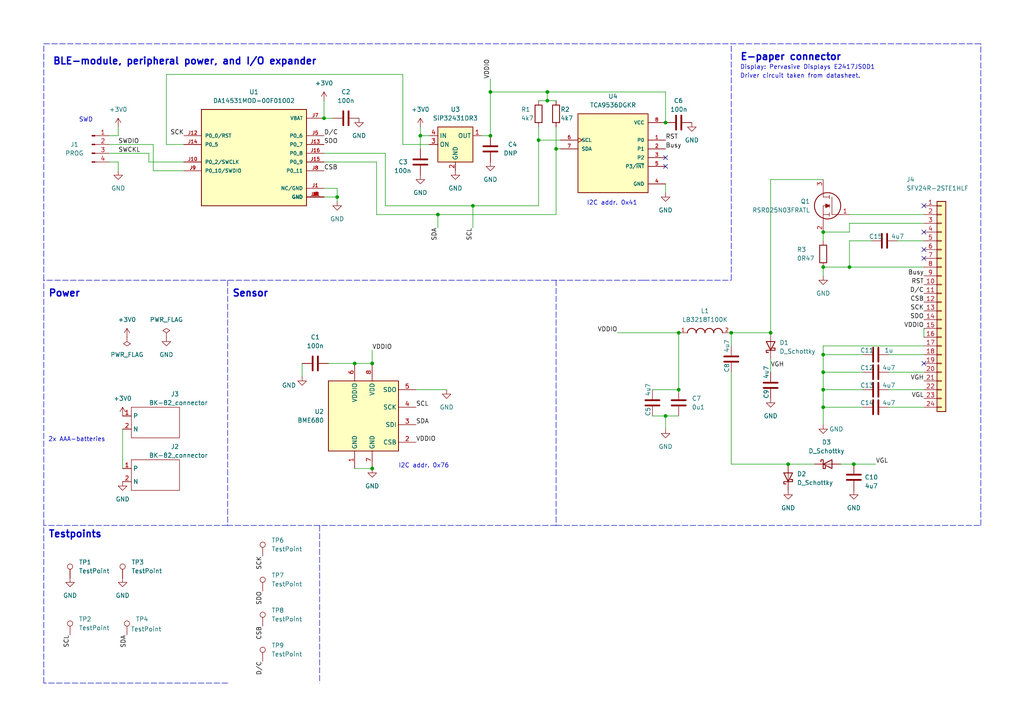
<source format=kicad_sch>
(kicad_sch (version 20211123) (generator eeschema)
  (paper "A4")
  (title_block (title "Weather station") (date "10.11.2022") (rev "A") (company "Markus Andersson"))
  (lib_symbols
    (symbol "AAA_bat_connector_1"
      (property "Reference" "J" (at 0 8.89 0))
      (property "Value" "AAA_bat_connector_1" (at 0 6.35 0))
      (symbol "AAA_bat_connector_1_0_1"
        (rectangle (start -7.62 3.81) (end 6.35 -5.08))
      )
      (symbol "AAA_bat_connector_1_1_1"
        (pin output line (at -10.16 1.27 0) (length 2.54) (name "P") (number "1"))
        (pin input line (at -10.16 -2.54 0) (length 2.54) (name "N") (number "2"))
      )
    )
    (symbol "Connector:Conn_01x04_Male" (pin_names (offset 1.016) hide)
      (property "Reference" "J" (at 0 5.08 0))
      (property "Value" "Conn_01x04_Male" (at 0 -7.62 0))
      (symbol "Conn_01x04_Male_1_1"
        (polyline (pts (xy 1.27 -5.08) (xy 0.8636 -5.08)) (stroke (width 0.1524)))
        (polyline (pts (xy 1.27 -2.54) (xy 0.8636 -2.54)) (stroke (width 0.1524)))
        (polyline (pts (xy 1.27 0) (xy 0.8636 0)) (stroke (width 0.1524)))
        (polyline (pts (xy 1.27 2.54) (xy 0.8636 2.54)) (stroke (width 0.1524)))
        (rectangle (start 0.8636 -4.953) (end 0 -5.207) (stroke (width 0.1524)) (fill (type outline)))
        (rectangle (start 0.8636 -2.413) (end 0 -2.667) (stroke (width 0.1524)) (fill (type outline)))
        (rectangle (start 0.8636 0.127) (end 0 -0.127) (stroke (width 0.1524)) (fill (type outline)))
        (rectangle (start 0.8636 2.667) (end 0 2.413) (stroke (width 0.1524)) (fill (type outline)))
        (pin passive line (at 5.08 2.54 180) (length 3.81) (name "Pin_1") (number "1"))
        (pin passive line (at 5.08 0 180) (length 3.81) (name "Pin_2") (number "2"))
        (pin passive line (at 5.08 -2.54 180) (length 3.81) (name "Pin_3") (number "3"))
        (pin passive line (at 5.08 -5.08 180) (length 3.81) (name "Pin_4") (number "4"))
      )
    )
    (symbol "Connector:TestPoint" (pin_numbers hide) (pin_names (offset 0.762) hide)
      (property "Reference" "TP" (at 0 6.858 0))
      (property "Value" "TestPoint" (at 0 5.08 0))
      (symbol "TestPoint_0_1"
        (circle (center 0 3.302) (radius 0.762))
      )
      (symbol "TestPoint_1_1"
        (pin passive line (at 0 0 90) (length 2.54) (name "1") (number "1"))
      )
    )
    (symbol "Connector_Generic:Conn_01x24" (pin_names (offset 1.016) hide)
      (property "Reference" "J" (at 0 30.48 0))
      (property "Value" "Conn_01x24" (at 0 -33.02 0))
      (symbol "Conn_01x24_1_1"
        (rectangle (start -1.27 -30.353) (end 0 -30.607) (stroke (width 0.1524)))
        (rectangle (start -1.27 -27.813) (end 0 -28.067) (stroke (width 0.1524)))
        (rectangle (start -1.27 -25.273) (end 0 -25.527) (stroke (width 0.1524)))
        (rectangle (start -1.27 -22.733) (end 0 -22.987) (stroke (width 0.1524)))
        (rectangle (start -1.27 -20.193) (end 0 -20.447) (stroke (width 0.1524)))
        (rectangle (start -1.27 -17.653) (end 0 -17.907) (stroke (width 0.1524)))
        (rectangle (start -1.27 -15.113) (end 0 -15.367) (stroke (width 0.1524)))
        (rectangle (start -1.27 -12.573) (end 0 -12.827) (stroke (width 0.1524)))
        (rectangle (start -1.27 -10.033) (end 0 -10.287) (stroke (width 0.1524)))
        (rectangle (start -1.27 -7.493) (end 0 -7.747) (stroke (width 0.1524)))
        (rectangle (start -1.27 -4.953) (end 0 -5.207) (stroke (width 0.1524)))
        (rectangle (start -1.27 -2.413) (end 0 -2.667) (stroke (width 0.1524)))
        (rectangle (start -1.27 0.127) (end 0 -0.127) (stroke (width 0.1524)))
        (rectangle (start -1.27 2.667) (end 0 2.413) (stroke (width 0.1524)))
        (rectangle (start -1.27 5.207) (end 0 4.953) (stroke (width 0.1524)))
        (rectangle (start -1.27 7.747) (end 0 7.493) (stroke (width 0.1524)))
        (rectangle (start -1.27 10.287) (end 0 10.033) (stroke (width 0.1524)))
        (rectangle (start -1.27 12.827) (end 0 12.573) (stroke (width 0.1524)))
        (rectangle (start -1.27 15.367) (end 0 15.113) (stroke (width 0.1524)))
        (rectangle (start -1.27 17.907) (end 0 17.653) (stroke (width 0.1524)))
        (rectangle (start -1.27 20.447) (end 0 20.193) (stroke (width 0.1524)))
        (rectangle (start -1.27 22.987) (end 0 22.733) (stroke (width 0.1524)))
        (rectangle (start -1.27 25.527) (end 0 25.273) (stroke (width 0.1524)))
        (rectangle (start -1.27 28.067) (end 0 27.813) (stroke (width 0.1524)))
        (rectangle (start -1.27 29.21) (end 1.27 -31.75) (stroke (width 0.254)) (fill (type background)))
        (pin passive line (at -5.08 27.94 0) (length 3.81) (name "Pin_1") (number "1"))
        (pin passive line (at -5.08 5.08 0) (length 3.81) (name "Pin_10") (number "10"))
        (pin passive line (at -5.08 2.54 0) (length 3.81) (name "Pin_11") (number "11"))
        (pin passive line (at -5.08 0 0) (length 3.81) (name "Pin_12") (number "12"))
        (pin passive line (at -5.08 -2.54 0) (length 3.81) (name "Pin_13") (number "13"))
        (pin passive line (at -5.08 -5.08 0) (length 3.81) (name "Pin_14") (number "14"))
        (pin passive line (at -5.08 -7.62 0) (length 3.81) (name "Pin_15") (number "15"))
        (pin passive line (at -5.08 -10.16 0) (length 3.81) (name "Pin_16") (number "16"))
        (pin passive line (at -5.08 -12.7 0) (length 3.81) (name "Pin_17") (number "17"))
        (pin passive line (at -5.08 -15.24 0) (length 3.81) (name "Pin_18") (number "18"))
        (pin passive line (at -5.08 -17.78 0) (length 3.81) (name "Pin_19") (number "19"))
        (pin passive line (at -5.08 25.4 0) (length 3.81) (name "Pin_2") (number "2"))
        (pin passive line (at -5.08 -20.32 0) (length 3.81) (name "Pin_20") (number "20"))
        (pin passive line (at -5.08 -22.86 0) (length 3.81) (name "Pin_21") (number "21"))
        (pin passive line (at -5.08 -25.4 0) (length 3.81) (name "Pin_22") (number "22"))
        (pin passive line (at -5.08 -27.94 0) (length 3.81) (name "Pin_23") (number "23"))
        (pin passive line (at -5.08 -30.48 0) (length 3.81) (name "Pin_24") (number "24"))
        (pin passive line (at -5.08 22.86 0) (length 3.81) (name "Pin_3") (number "3"))
        (pin passive line (at -5.08 20.32 0) (length 3.81) (name "Pin_4") (number "4"))
        (pin passive line (at -5.08 17.78 0) (length 3.81) (name "Pin_5") (number "5"))
        (pin passive line (at -5.08 15.24 0) (length 3.81) (name "Pin_6") (number "6"))
        (pin passive line (at -5.08 12.7 0) (length 3.81) (name "Pin_7") (number "7"))
        (pin passive line (at -5.08 10.16 0) (length 3.81) (name "Pin_8") (number "8"))
        (pin passive line (at -5.08 7.62 0) (length 3.81) (name "Pin_9") (number "9"))
      )
    )
    (symbol "DA14531MOD-00F01002:DA14531MOD-00F01002" (pin_names (offset 1.016))
      (property "Reference" "U" (at -15.24 13.97 0))
      (property "Value" "DA14531MOD-00F01002" (at -15.24 -16.51 0))
      (symbol "DA14531MOD-00F01002_0_0"
        (rectangle (start -15.24 -15.24) (end 15.24 12.7) (stroke (width 0.254)) (fill (type background)))
        (pin passive line (at 20.32 -10.16 180) (length 5.08) (name "NC/GND") (number "J1"))
        (pin bidirectional line (at -20.32 -2.54 0) (length 5.08) (name "P0_2/SWCLK") (number "J10"))
        (pin power_in line (at 20.32 -12.7 180) (length 5.08) (name "GND") (number "J11"))
        (pin bidirectional line (at -20.32 5.08 0) (length 5.08) (name "P0_0/RST") (number "J12"))
        (pin bidirectional line (at 20.32 2.54 180) (length 5.08) (name "P0_7") (number "J13"))
        (pin bidirectional line (at -20.32 2.54 0) (length 5.08) (name "P0_5") (number "J14"))
        (pin bidirectional line (at 20.32 -2.54 180) (length 5.08) (name "P0_9") (number "J15"))
        (pin bidirectional line (at 20.32 0 180) (length 5.08) (name "P0_8") (number "J16"))
        (pin power_in line (at 20.32 -12.7 180) (length 5.08) (name "GND") (number "J2"))
        (pin power_in line (at 20.32 -12.7 180) (length 5.08) (name "GND") (number "J3"))
        (pin power_in line (at 20.32 -12.7 180) (length 5.08) (name "GND") (number "J4"))
        (pin bidirectional line (at 20.32 5.08 180) (length 5.08) (name "P0_6") (number "J5"))
        (pin power_in line (at 20.32 -12.7 180) (length 5.08) (name "GND") (number "J6"))
        (pin power_in line (at 20.32 10.16 180) (length 5.08) (name "VBAT") (number "J7"))
        (pin bidirectional line (at 20.32 -5.08 180) (length 5.08) (name "P0_11") (number "J8"))
        (pin bidirectional line (at -20.32 -5.08 0) (length 5.08) (name "P0_10/SWDIO") (number "J9"))
      )
    )
    (symbol "Device:C" (pin_numbers hide) (pin_names (offset 0.254))
      (property "Reference" "C" (at 0.635 2.54 0))
      (property "Value" "C" (at 0.635 -2.54 0))
      (symbol "C_0_1"
        (polyline (pts (xy -2.032 -0.762) (xy 2.032 -0.762)) (stroke (width 0.508)))
        (polyline (pts (xy -2.032 0.762) (xy 2.032 0.762)) (stroke (width 0.508)))
      )
      (symbol "C_1_1"
        (pin passive line (at 0 3.81 270) (length 2.794) (name "~") (number "1"))
        (pin passive line (at 0 -3.81 90) (length 2.794) (name "~") (number "2"))
      )
    )
    (symbol "Device:D_Schottky" (pin_numbers hide) (pin_names (offset 1.016) hide)
      (property "Reference" "D" (at 0 2.54 0))
      (property "Value" "D_Schottky" (at 0 -2.54 0))
      (symbol "D_Schottky_0_1"
        (polyline (pts (xy 1.27 0) (xy -1.27 0)))
        (polyline (pts (xy 1.27 1.27) (xy 1.27 -1.27) (xy -1.27 0) (xy 1.27 1.27)) (stroke (width 0.254)))
        (polyline (pts (xy -1.905 0.635) (xy -1.905 1.27) (xy -1.27 1.27) (xy -1.27 -1.27) (xy -0.635 -1.27) (xy -0.635 -0.635)) (stroke (width 0.254)))
      )
      (symbol "D_Schottky_1_1"
        (pin passive line (at -3.81 0 0) (length 2.54) (name "K") (number "1"))
        (pin passive line (at 3.81 0 180) (length 2.54) (name "A") (number "2"))
      )
    )
    (symbol "Device:R" (pin_numbers hide) (pin_names (offset 0))
      (property "Reference" "R" (at 2.032 0 90))
      (property "Value" "R" (at 0 0 90))
      (symbol "R_0_1"
        (rectangle (start -1.016 -2.54) (end 1.016 2.54) (stroke (width 0.254)))
      )
      (symbol "R_1_1"
        (pin passive line (at 0 3.81 270) (length 1.27) (name "~") (number "1"))
        (pin passive line (at 0 -3.81 90) (length 1.27) (name "~") (number "2"))
      )
    )
    (symbol "LB3218T100K:LB3218T100K" (pin_names (offset 1.016))
      (property "Reference" "L" (at -7.62 5.08 0))
      (property "Value" "LB3218T100K" (at -7.62 2.54 0))
      (symbol "LB3218T100K_0_0"
        (arc (start -2.54 0) (mid -3.81 1.27) (end -5.08 0) (stroke (width 0.254)))
        (arc (start 0 0) (mid -1.27 1.27) (end -2.54 0) (stroke (width 0.254)))
        (arc (start 2.54 0) (mid 1.27 1.27) (end 0 0) (stroke (width 0.254)))
        (arc (start 5.08 0) (mid 3.81 1.27) (end 2.54 0) (stroke (width 0.254)))
        (pin passive line (at -7.62 0 0) (length 2.54) (name "~") (number "1"))
        (pin passive line (at 7.62 0 180) (length 2.54) (name "~") (number "2"))
      )
    )
    (symbol "Power_Management:SiP32431DR3"
      (property "Reference" "U" (at 0 8.89 0))
      (property "Value" "SiP32431DR3" (at 0 6.35 0))
      (symbol "SiP32431DR3_0_1"
        (rectangle (start -5.08 5.08) (end 5.08 -5.08) (stroke (width 0.254)) (fill (type background)))
      )
      (symbol "SiP32431DR3_1_1"
        (pin passive line (at 7.62 2.54 180) (length 2.54) (name "OUT") (number "1"))
        (pin power_in line (at 0 -7.62 90) (length 2.54) (name "GND") (number "2"))
        (pin input line (at -7.62 0 0) (length 2.54) (name "ON") (number "3"))
        (pin passive line (at -7.62 2.54 0) (length 2.54) (name "IN") (number "4"))
        (pin passive line (at 0 -7.62 90) (length 2.54) hide (name "GND") (number "5"))
        (pin no_connect line (at 5.08 0 180) (length 2.54) hide (name "NC") (number "6"))
      )
    )
    (symbol "RSR025N03FRATL:RSR025N03FRATL" (pin_names (offset 0.762))
      (property "Reference" "Q" (at 11.43 3.81 0))
      (property "Value" "RSR025N03FRATL" (at 11.43 1.27 0))
      (symbol "RSR025N03FRATL_0_0"
        (pin passive line (at 0 0 0) (length 2.54) (name "~") (number "1"))
        (pin passive line (at 7.62 -5.08 90) (length 2.54) (name "~") (number "2"))
        (pin passive line (at 7.62 10.16 270) (length 2.54) (name "~") (number "3"))
      )
      (symbol "RSR025N03FRATL_0_1"
        (polyline (pts (xy 5.842 -0.508) (xy 5.842 0.508)) (stroke (width 0.1524)))
        (polyline (pts (xy 5.842 0) (xy 7.62 0)) (stroke (width 0.1524)))
        (polyline (pts (xy 5.842 2.032) (xy 5.842 3.048)) (stroke (width 0.1524)))
        (polyline (pts (xy 5.842 5.588) (xy 5.842 4.572)) (stroke (width 0.1524)))
        (polyline (pts (xy 7.62 2.54) (xy 5.842 2.54)) (stroke (width 0.1524)))
        (polyline (pts (xy 7.62 2.54) (xy 7.62 -2.54)) (stroke (width 0.1524)))
        (polyline (pts (xy 7.62 5.08) (xy 5.842 5.08)) (stroke (width 0.1524)))
        (polyline (pts (xy 7.62 5.08) (xy 7.62 7.62)) (stroke (width 0.1524)))
        (polyline (pts (xy 2.54 0) (xy 5.08 0) (xy 5.08 5.08)) (stroke (width 0.1524)))
        (polyline (pts (xy 5.842 2.54) (xy 6.858 3.048) (xy 6.858 2.032) (xy 5.842 2.54)) (stroke (width 0.254)) (fill (type outline)))
        (circle (center 6.35 2.54) (radius 3.81) (stroke (width 0.254)))
      )
    )
    (symbol "Sensor:BME680"
      (property "Reference" "U2" (at -11.43 1.2701 0))
      (property "Value" "BME680" (at -11.43 -1.2699 0))
      (symbol "BME680_0_1"
        (rectangle (start -10.16 10.16) (end 10.16 -10.16) (stroke (width 0.254)) (fill (type background)))
      )
      (symbol "BME680_1_1"
        (pin power_in line (at -2.54 -15.24 90) (length 5.08) (name "GND") (number "1"))
        (pin input line (at 15.24 -7.62 180) (length 5.08) (name "CSB") (number "2"))
        (pin bidirectional line (at 15.24 -2.54 180) (length 5.08) (name "SDI") (number "3"))
        (pin input line (at 15.24 2.54 180) (length 5.08) (name "SCK") (number "4"))
        (pin input line (at 15.24 7.62 180) (length 5.08) (name "SDO") (number "5"))
        (pin power_in line (at -2.54 15.24 270) (length 5.08) (name "VDDIO") (number "6"))
        (pin power_in line (at 2.54 -15.24 90) (length 5.08) (name "GND") (number "7"))
        (pin power_in line (at 2.54 15.24 270) (length 5.08) (name "VDD") (number "8"))
      )
    )
    (symbol "TCA9536DGKR:TCA9536DGKR" (pin_names (offset 1.016))
      (property "Reference" "U" (at -10.16 10.922 0))
      (property "Value" "TCA9536DGKR" (at -10.16 -15.24 0))
      (symbol "TCA9536DGKR_0_0"
        (rectangle (start -10.16 -12.7) (end 10.16 10.16) (stroke (width 0.254)) (fill (type background)))
        (pin bidirectional line (at 15.24 2.54 180) (length 5.08) (name "P0") (number "1"))
        (pin bidirectional line (at 15.24 0 180) (length 5.08) (name "P1") (number "2"))
        (pin bidirectional line (at 15.24 -2.54 180) (length 5.08) (name "P2") (number "3"))
        (pin power_in line (at 15.24 -10.16 180) (length 5.08) (name "GND") (number "4"))
        (pin bidirectional line (at 15.24 -5.08 180) (length 5.08) (name "P3/~{INT}") (number "5"))
        (pin bidirectional clock (at -15.24 2.54 0) (length 5.08) (name "SCL") (number "6"))
        (pin bidirectional line (at -15.24 0 0) (length 5.08) (name "SDA") (number "7"))
        (pin power_in line (at 15.24 7.62 180) (length 5.08) (name "VCC") (number "8"))
      )
    )
    (symbol "power:+3V0" (power) (pin_names (offset 0))
      (property "Value" "+3V0" (at 0 3.556 0))
      (symbol "+3V0_0_1"
        (polyline (pts (xy -0.762 1.27) (xy 0 2.54)))
        (polyline (pts (xy 0 0) (xy 0 2.54)))
        (polyline (pts (xy 0 2.54) (xy 0.762 1.27)))
      )
      (symbol "+3V0_1_1"
        (pin power_in line (at 0 0 90) (length 0) hide (name "+3V0") (number "1"))
      )
    )
    (symbol "power:GND" (power) (pin_names (offset 0))
      (property "Value" "GND" (at 0 -3.81 0))
      (symbol "GND_0_1"
        (polyline (pts (xy 0 0) (xy 0 -1.27) (xy 1.27 -1.27) (xy 0 -2.54) (xy -1.27 -1.27) (xy 0 -1.27)))
      )
      (symbol "GND_1_1"
        (pin power_in line (at 0 0 270) (length 0) hide (name "GND") (number "1"))
      )
    )
    (symbol "power:PWR_FLAG" (power) (pin_numbers hide) (pin_names (offset 0) hide)
      (property "Value" "PWR_FLAG" (at 0 3.81 0))
      (symbol "PWR_FLAG_0_0"
        (pin power_out line (at 0 0 90) (length 0) (name "pwr") (number "1"))
      )
      (symbol "PWR_FLAG_0_1"
        (polyline (pts (xy 0 0) (xy 0 1.27) (xy -1.016 1.905) (xy 0 2.54) (xy 1.016 1.905) (xy 0 1.27)))
      )
    )
  )
  (junction (at 223.52 96.52))
  (junction (at 246.38 77.47))
  (junction (at 196.85 96.52))
  (junction (at 238.76 118.11))
  (junction (at 161.29 43.18))
  (junction (at 107.95 135.89))
  (junction (at 107.95 105.41))
  (junction (at 193.04 35.56))
  (junction (at 238.76 107.95))
  (junction (at 137.16 59.69))
  (junction (at 158.75 26.67))
  (junction (at 212.09 96.52))
  (junction (at 238.76 67.31))
  (junction (at 238.76 77.47))
  (junction (at 247.65 134.62))
  (junction (at 127 62.23))
  (junction (at 196.85 113.03))
  (junction (at 102.87 105.41))
  (junction (at 238.76 102.87))
  (junction (at 97.79 57.15))
  (junction (at 142.24 26.67))
  (junction (at 142.24 39.37))
  (junction (at 228.6 134.62))
  (junction (at 93.98 34.29))
  (junction (at 238.76 113.03))
  (junction (at 158.75 29.21))
  (junction (at 121.92 39.37))
  (junction (at 156.21 40.64))
  (junction (at 193.04 120.65))
  (no_connect (at 193.04 48.26))
  (no_connect (at 267.97 59.69))
  (no_connect (at 267.97 72.39))
  (no_connect (at 267.97 74.93))
  (no_connect (at 267.97 67.31))
  (no_connect (at 193.04 45.72))
  (no_connect (at 267.97 105.41))
  (polyline (pts (xy 161.29 81.28) (xy 161.29 152.4)))
  (wire (pts (xy 93.98 44.45) (xy 111.76 44.45)))
  (wire (pts (xy 212.09 100.33) (xy 212.09 96.52)))
  (wire (pts (xy 121.92 36.83) (xy 121.92 39.37)))
  (wire (pts (xy 238.76 100.33) (xy 238.76 102.87)))
  (wire (pts (xy 93.98 57.15) (xy 97.79 57.15)))
  (wire (pts (xy 107.95 101.6) (xy 107.95 105.41)))
  (polyline (pts (xy 92.71 152.4) (xy 92.71 198.12)))
  (wire (pts (xy 116.84 41.91) (xy 124.46 41.91)))
  (wire (pts (xy 228.6 134.62) (xy 236.22 134.62)))
  (polyline (pts (xy 161.29 152.4) (xy 66.04 152.4)))
  (wire (pts (xy 238.76 102.87) (xy 238.76 107.95)))
  (wire (pts (xy 212.09 96.52) (xy 223.52 96.52)))
  (wire (pts (xy 156.21 29.21) (xy 158.75 29.21)))
  (wire (pts (xy 223.52 52.07) (xy 238.76 52.07)))
  (wire (pts (xy 238.76 113.03) (xy 238.76 118.11)))
  (polyline (pts (xy 66.04 198.12) (xy 12.7 198.12)))
  (wire (pts (xy 238.76 102.87) (xy 250.19 102.87)))
  (wire (pts (xy 109.22 62.23) (xy 127 62.23)))
  (wire (pts (xy 267.97 64.77) (xy 246.38 64.77)))
  (polyline (pts (xy 161.29 152.4) (xy 284.48 152.4)))
  (wire (pts (xy 189.23 120.65) (xy 193.04 120.65)))
  (polyline (pts (xy 186.69 81.28) (xy 12.7 81.28)))
  (wire (pts (xy 93.98 34.29) (xy 96.52 34.29)))
  (wire (pts (xy 246.38 77.47) (xy 267.97 77.47)))
  (polyline (pts (xy 186.69 12.7) (xy 284.48 12.7)))
  (wire (pts (xy 257.81 107.95) (xy 267.97 107.95)))
  (wire (pts (xy 267.97 100.33) (xy 238.76 100.33)))
  (polyline (pts (xy 66.04 152.4) (xy 12.7 152.4)))
  (wire (pts (xy 93.98 46.99) (xy 109.22 46.99)))
  (wire (pts (xy 102.87 135.89) (xy 107.95 135.89)))
  (wire (pts (xy 212.09 107.95) (xy 212.09 134.62)))
  (wire (pts (xy 238.76 67.31) (xy 246.38 67.31)))
  (wire (pts (xy 142.24 26.67) (xy 158.75 26.67)))
  (wire (pts (xy 121.92 39.37) (xy 124.46 39.37)))
  (polyline (pts (xy 284.48 152.4) (xy 284.48 12.7)))
  (polyline (pts (xy 12.7 152.4) (xy 12.7 81.28)))
  (polyline (pts (xy 186.69 81.28) (xy 212.09 81.28)))
  (wire (pts (xy 127 62.23) (xy 161.29 62.23)))
  (wire (pts (xy 34.29 46.99) (xy 34.29 49.53)))
  (wire (pts (xy 35.56 124.46) (xy 35.56 135.89)))
  (wire (pts (xy 162.56 43.18) (xy 161.29 43.18)))
  (wire (pts (xy 102.87 105.41) (xy 107.95 105.41)))
  (wire (pts (xy 238.76 107.95) (xy 250.19 107.95)))
  (wire (pts (xy 223.52 52.07) (xy 223.52 96.52)))
  (wire (pts (xy 31.75 44.45) (xy 43.18 44.45)))
  (wire (pts (xy 53.34 41.91) (xy 48.26 41.91)))
  (wire (pts (xy 97.79 54.61) (xy 97.79 57.15)))
  (wire (pts (xy 127 62.23) (xy 127 66.04)))
  (wire (pts (xy 87.63 105.41) (xy 87.63 109.22)))
  (wire (pts (xy 31.75 39.37) (xy 34.29 39.37)))
  (wire (pts (xy 243.84 134.62) (xy 247.65 134.62)))
  (wire (pts (xy 48.26 41.91) (xy 48.26 21.59)))
  (polyline (pts (xy 12.7 81.28) (xy 12.7 12.7)))
  (wire (pts (xy 111.76 44.45) (xy 111.76 59.69)))
  (wire (pts (xy 189.23 113.03) (xy 196.85 113.03)))
  (wire (pts (xy 193.04 120.65) (xy 196.85 120.65)))
  (wire (pts (xy 257.81 113.03) (xy 267.97 113.03)))
  (wire (pts (xy 257.81 118.11) (xy 267.97 118.11)))
  (wire (pts (xy 142.24 22.86) (xy 142.24 26.67)))
  (wire (pts (xy 196.85 96.52) (xy 196.85 113.03)))
  (wire (pts (xy 120.65 113.03) (xy 129.54 113.03)))
  (wire (pts (xy 111.76 59.69) (xy 137.16 59.69)))
  (wire (pts (xy 156.21 40.64) (xy 162.56 40.64)))
  (wire (pts (xy 95.25 105.41) (xy 102.87 105.41)))
  (wire (pts (xy 223.52 104.14) (xy 223.52 107.95)))
  (wire (pts (xy 246.38 77.47) (xy 238.76 77.47)))
  (wire (pts (xy 137.16 59.69) (xy 137.16 66.04)))
  (wire (pts (xy 116.84 21.59) (xy 116.84 41.91)))
  (wire (pts (xy 238.76 118.11) (xy 238.76 123.19)))
  (polyline (pts (xy 212.09 81.28) (xy 212.09 12.7)))
  (wire (pts (xy 238.76 107.95) (xy 238.76 113.03)))
  (wire (pts (xy 228.6 134.62) (xy 212.09 134.62)))
  (polyline (pts (xy 66.04 81.28) (xy 66.04 152.4)))
  (wire (pts (xy 44.45 49.53) (xy 53.34 49.53)))
  (wire (pts (xy 158.75 29.21) (xy 161.29 29.21)))
  (wire (pts (xy 161.29 62.23) (xy 161.29 43.18)))
  (wire (pts (xy 156.21 59.69) (xy 156.21 40.64)))
  (wire (pts (xy 139.7 39.37) (xy 142.24 39.37)))
  (wire (pts (xy 161.29 43.18) (xy 161.29 36.83)))
  (wire (pts (xy 97.79 57.15) (xy 97.79 58.42)))
  (wire (pts (xy 31.75 41.91) (xy 44.45 41.91)))
  (wire (pts (xy 238.76 113.03) (xy 250.19 113.03)))
  (wire (pts (xy 31.75 46.99) (xy 34.29 46.99)))
  (wire (pts (xy 109.22 46.99) (xy 109.22 62.23)))
  (polyline (pts (xy 12.7 198.12) (xy 12.7 152.4)))
  (wire (pts (xy 93.98 54.61) (xy 97.79 54.61)))
  (wire (pts (xy 238.76 77.47) (xy 238.76 80.01)))
  (wire (pts (xy 121.92 39.37) (xy 121.92 43.18)))
  (wire (pts (xy 179.07 96.52) (xy 196.85 96.52)))
  (wire (pts (xy 137.16 59.69) (xy 156.21 59.69)))
  (wire (pts (xy 238.76 118.11) (xy 250.19 118.11)))
  (wire (pts (xy 48.26 21.59) (xy 116.84 21.59)))
  (wire (pts (xy 43.18 44.45) (xy 43.18 46.99)))
  (wire (pts (xy 267.97 95.25) (xy 267.97 97.79)))
  (wire (pts (xy 257.81 102.87) (xy 267.97 102.87)))
  (wire (pts (xy 246.38 69.85) (xy 246.38 77.47)))
  (polyline (pts (xy 12.7 12.7) (xy 186.69 12.7)))
  (wire (pts (xy 246.38 62.23) (xy 267.97 62.23)))
  (wire (pts (xy 93.98 29.21) (xy 93.98 34.29)))
  (wire (pts (xy 142.24 26.67) (xy 142.24 39.37)))
  (wire (pts (xy 238.76 67.31) (xy 238.76 69.85)))
  (wire (pts (xy 43.18 46.99) (xy 53.34 46.99)))
  (wire (pts (xy 193.04 26.67) (xy 193.04 35.56)))
  (wire (pts (xy 193.04 53.34) (xy 193.04 55.88)))
  (wire (pts (xy 193.04 120.65) (xy 193.04 124.46)))
  (wire (pts (xy 156.21 40.64) (xy 156.21 36.83)))
  (wire (pts (xy 34.29 36.83) (xy 34.29 39.37)))
  (wire (pts (xy 247.65 134.62) (xy 254 134.62)))
  (wire (pts (xy 158.75 26.67) (xy 158.75 29.21)))
  (wire (pts (xy 252.73 69.85) (xy 246.38 69.85)))
  (wire (pts (xy 246.38 64.77) (xy 246.38 67.31)))
  (wire (pts (xy 44.45 41.91) (xy 44.45 49.53)))
  (wire (pts (xy 260.35 69.85) (xy 267.97 69.85)))
  (wire (pts (xy 158.75 26.67) (xy 193.04 26.67)))
  (text "SWD" (at 22.86 35.56 0) (effects (font (size 1.27 1.27)) (justify left bottom)))
  (text "I2C addr. 0x41" (at 170.18 59.69 0) (effects (font (size 1.27 1.27)) (justify left bottom)))
  (text "Testpoints" (at 13.97 156.21 0) (effects (font (size 2 2) (thickness 0.4) bold) (justify left bottom)))
  (text "I2C addr. 0x76" (at 115.57 135.89 0) (effects (font (size 1.27 1.27)) (justify left bottom)))
  (text "Driver circuit taken from datasheet." (at 214.63 22.86 0) (effects (font (size 1.27 1.27)) (justify left bottom)))
  (text "Power" (at 13.97 86.36 0) (effects (font (size 2 2) (thickness 0.4) bold) (justify left bottom)))
  (text "2x AAA-batteries" (at 13.97 128.27 0) (effects (font (size 1.27 1.27)) (justify left bottom)))
  (text "Sensor" (at 67.31 86.36 0) (effects (font (size 2 2) bold) (justify left bottom)))
  (text "E-paper connector" (at 214.63 17.78 0) (effects (font (size 2 2) bold) (justify left bottom)))
  (text "Display: Pervasive Displays E2417JS0D1" (at 214.63 20.32 0) (effects (font (size 1.27 1.27)) (justify left bottom)))
  (text "BLE-module, peripheral power, and I/O expander" (at 15.24 19.05 0) (effects (font (size 2 2) (thickness 0.4) bold) (justify left bottom)))
  (label "D{slash}C" (at 76.2 191.77 270))
  (label "SDO" (at 267.97 92.71 180))
  (label "VGL" (at 267.97 115.57 180))
  (label "SCK" (at 267.97 90.17 180))
  (label "SCL" (at 20.32 184.15 270))
  (label "SDA" (at 36.83 184.15 270))
  (label "SDO" (at 76.2 171.45 270))
  (label "SDA" (at 127 66.04 270))
  (label "SWCKL" (at 34.29 44.45 0))
  (label "RST" (at 193.04 40.64 0))
  (label "VDDIO" (at 142.24 22.86 90))
  (label "D{slash}C" (at 267.97 85.09 180))
  (label "SCK" (at 76.2 161.29 270))
  (label "SCL" (at 137.16 66.04 270))
  (label "VGL" (at 254 134.62 0))
  (label "VDDIO" (at 179.07 96.52 180))
  (label "RST" (at 267.97 82.55 180))
  (label "CSB" (at 267.97 87.63 180))
  (label "VDDIO" (at 107.95 101.6 0))
  (label "SDA" (at 120.65 123.19 0))
  (label "SDO" (at 93.98 41.91 0))
  (label "VDDIO" (at 120.65 128.27 0))
  (label "Busy" (at 193.04 43.18 0))
  (label "Busy" (at 267.97 80.01 180))
  (label "SCK" (at 53.34 39.37 180))
  (label "VGH" (at 267.97 110.49 180))
  (label "SCL" (at 120.65 118.11 0))
  (label "CSB" (at 93.98 49.53 0))
  (label "D{slash}C" (at 93.98 39.37 0))
  (label "VGH" (at 223.52 106.68 0))
  (label "VDDIO" (at 267.97 95.25 180))
  (label "SWDIO" (at 34.29 41.91 0))
  (label "CSB" (at 76.2 181.61 270))
  (symbol (lib_id "Device:C") (at 91.44 105.41 90) (unit 1)
    (property "Reference" "C1" (at 91.44 97.79 90))
    (property "Value" "100n" (at 91.44 100.33 90))
    (property "Footprint" "Capacitor_SMD:C_0603_1608Metric_Pad1.08x0.95mm_HandSolder" (effects hide))
  )
  (symbol (lib_id "power:GND") (at 35.56 167.64 0) (unit 1)
    (property "Reference" "#PWR06" (effects hide))
    (property "Value" "GND" (at 35.56 172.72 0))
  )
  (symbol (lib_id "Connector:TestPoint") (at 76.2 171.45 0) (unit 1)
    (property "Reference" "TP7" (at 78.74 166.8779 0) (effects (justify left)))
    (property "Value" "TestPoint" (at 78.74 169.4179 0) (effects (justify left)))
    (property "Footprint" "TestPoint:TestPoint_Pad_1.0x1.0mm" (effects hide))
  )
  (symbol (lib_name "AAA_bat_connector_1") (lib_id "AAA_bat_connector:AAA_bat_connector") (at 45.72 121.92 0) (unit 1)
    (property "Reference" "J3" (at 49.53 114.3 0) (effects (justify left)))
    (property "Value" "BK-82_connector" (at 43.18 116.84 0) (effects (justify left)))
    (property "Footprint" "AAA_bat_connector:AA_battery_holder" (effects hide))
  )
  (symbol (lib_id "Connector:TestPoint") (at 20.32 167.64 0) (unit 1)
    (property "Reference" "TP1" (at 22.86 163.0679 0) (effects (justify left)))
    (property "Value" "TestPoint" (at 22.86 165.6079 0) (effects (justify left)))
    (property "Footprint" "TestPoint:TestPoint_Pad_1.0x1.0mm" (effects hide))
  )
  (symbol (lib_id "TCA9536DGKR:TCA9536DGKR") (at 177.8 43.18 0) (unit 1)
    (property "Reference" "U4" (at 177.8 27.94 0))
    (property "Value" "TCA9536DGKR" (at 177.8 30.48 0))
    (property "Footprint" "SOP65P490X110-8N" (effects hide))
    (property "MAXIMUM_PACKAGE_HEIGHT" "1.1 mm" (effects hide))
    (property "STANDARD" "IPC 7351B" (effects hide))
    (property "PARTREV" "A" (effects hide))
    (property "MANUFACTURER" "Texas Instruments" (effects hide))
  )
  (symbol (lib_id "Connector_Generic:Conn_01x24") (at 273.05 87.63 0) (unit 1)
    (property "Reference" "J4" (at 262.89 52.07 0) (effects (justify left)))
    (property "Value" "SFV24R-2STE1HLF" (at 262.89 54.61 0) (effects (justify left)))
    (property "Footprint" "SFV24R-2STE1HLF:SFV24R-2STE1HLF" (effects hide))
  )
  (symbol (lib_id "power:PWR_FLAG") (at 48.26 97.79 0) (unit 1)
    (property "Reference" "#FLG02" (effects hide))
    (property "Value" "PWR_FLAG" (at 48.26 92.71 0))
  )
  (symbol (lib_id "Device:C") (at 256.54 69.85 90) (unit 1)
    (property "Reference" "C15" (at 254 68.58 90))
    (property "Value" "4u7" (at 260.35 68.58 90))
    (property "Footprint" "Capacitor_SMD:C_0603_1608Metric_Pad1.08x0.95mm_HandSolder" (effects hide))
  )
  (symbol (lib_id "Connector:TestPoint") (at 36.83 184.15 0) (unit 1)
    (property "Reference" "TP4" (at 39.37 179.5779 0) (effects (justify left)))
    (property "Value" "TestPoint" (at 37.9256 182.4647 0) (effects (justify left)))
    (property "Footprint" "TestPoint:TestPoint_Pad_1.0x1.0mm" (effects hide))
  )
  (symbol (lib_id "Device:C") (at 254 118.11 90) (unit 1)
    (property "Reference" "C14" (at 251.46 116.84 90))
    (property "Value" "4u7" (at 257.81 116.84 90))
    (property "Footprint" "Capacitor_SMD:C_0603_1608Metric_Pad1.08x0.95mm_HandSolder" (effects hide))
  )
  (symbol (lib_id "Device:R") (at 156.21 33.02 0) (unit 1)
    (property "Reference" "R1" (at 151.13 31.75 0) (effects (justify left)))
    (property "Value" "4k7" (at 151.13 34.29 0) (effects (justify left)))
    (property "Footprint" "Resistor_SMD:R_0603_1608Metric_Pad0.98x0.95mm_HandSolder" (effects hide))
  )
  (symbol (lib_id "Connector:TestPoint") (at 76.2 161.29 0) (unit 1)
    (property "Reference" "TP6" (at 78.74 156.7179 0) (effects (justify left)))
    (property "Value" "TestPoint" (at 78.74 159.2579 0) (effects (justify left)))
    (property "Footprint" "TestPoint:TestPoint_Pad_1.0x1.0mm" (effects hide))
  )
  (symbol (lib_id "Device:R") (at 238.76 73.66 0) (unit 1)
    (property "Reference" "R3" (at 231.14 72.39 0) (effects (justify left)))
    (property "Value" "0R47" (at 231.14 74.93 0) (effects (justify left)))
    (property "Footprint" "Resistor_SMD:R_0603_1608Metric_Pad0.98x0.95mm_HandSolder" (effects hide))
  )
  (symbol (lib_id "power:GND") (at 87.63 109.22 0) (unit 1)
    (property "Reference" "#PWR09" (effects hide))
    (property "Value" "GND" (at 83.82 111.76 0))
  )
  (symbol (lib_id "power:+3V0") (at 93.98 29.21 0) (unit 1)
    (property "Reference" "#PWR010" (effects hide))
    (property "Value" "+3V0" (at 93.98 24.13 0))
  )
  (symbol (lib_id "Device:D_Schottky") (at 228.6 138.43 90) (unit 1)
    (property "Reference" "D2" (at 231.14 137.4774 90) (effects (justify right)))
    (property "Value" "D_Schottky" (at 231.14 140.0174 90) (effects (justify right)))
    (property "Footprint" "Diode_SMD:D_SOD-123F" (effects hide))
  )
  (symbol (lib_id "power:GND") (at 193.04 124.46 0) (unit 1)
    (property "Reference" "#PWR020" (effects hide))
    (property "Value" "GND" (at 193.04 129.54 0))
  )
  (symbol (lib_id "power:GND") (at 200.66 35.56 0) (unit 1)
    (property "Reference" "#PWR021" (effects hide))
    (property "Value" "GND" (at 200.66 40.64 0))
  )
  (symbol (lib_id "RSR025N03FRATL:RSR025N03FRATL") (at 246.38 62.23 0) (mirror y) (unit 1)
    (property "Reference" "Q1" (at 234.95 58.4199 0) (effects (justify left)))
    (property "Value" "RSR025N03FRATL" (at 234.95 60.9599 0) (effects (justify left)))
    (property "Footprint" "SOT95P280X100-3N" (effects hide))
    (property "Datasheet" "https://componentsearchengine.com/Datasheets/2/RSR025N03FRATL.pdf" (effects hide))
    (property "Description" "ROHM - RSR025N03FRATL - Power MOSFET, N Channel, 30 V, 2.5 A, 0.05 ohm, TSMT, Surface Mount" (effects hide))
    (property "Height" "1" (effects hide))
    (property "Manufacturer_Name" "ROHM Semiconductor" (effects hide))
    (property "Manufacturer_Part_Number" "RSR025N03FRATL" (effects hide))
  )
  (symbol (lib_id "power:GND") (at 121.92 50.8 0) (unit 1)
    (property "Reference" "#PWR015" (effects hide))
    (property "Value" "GND" (at 121.92 55.88 0))
  )
  (symbol (lib_id "power:GND") (at 104.14 34.29 0) (unit 1)
    (property "Reference" "#PWR012" (effects hide))
    (property "Value" "GND" (at 104.14 39.37 0))
  )
  (symbol (lib_id "power:+3V0") (at 35.56 120.65 0) (unit 1)
    (property "Reference" "#PWR02" (effects hide))
    (property "Value" "+3V0" (at 35.56 115.57 0))
  )
  (symbol (lib_id "power:+3V0") (at 121.92 36.83 0) (unit 1)
    (property "Reference" "#PWR014" (effects hide))
    (property "Value" "+3V0" (at 121.92 31.75 0))
  )
  (symbol (lib_id "power:GND") (at 34.29 49.53 0) (unit 1)
    (property "Reference" "#PWR05" (effects hide))
    (property "Value" "GND" (at 34.29 54.61 0))
  )
  (symbol (lib_id "Device:C") (at 100.33 34.29 90) (unit 1)
    (property "Reference" "C2" (at 100.33 26.67 90))
    (property "Value" "100n" (at 100.33 29.21 90))
    (property "Footprint" "Capacitor_SMD:C_0603_1608Metric_Pad1.08x0.95mm_HandSolder" (effects hide))
  )
  (symbol (lib_id "Connector:TestPoint") (at 76.2 181.61 0) (unit 1)
    (property "Reference" "TP8" (at 78.74 177.0379 0) (effects (justify left)))
    (property "Value" "TestPoint" (at 78.74 179.5779 0) (effects (justify left)))
    (property "Footprint" "TestPoint:TestPoint_Pad_1.0x1.0mm" (effects hide))
  )
  (symbol (lib_id "Connector:Conn_01x04_Male") (at 26.67 41.91 0) (unit 1)
    (property "Reference" "J1" (at 21.59 41.91 0))
    (property "Value" "PROG" (at 21.59 44.45 0))
    (property "Footprint" "Connector_PinHeader_2.54mm:PinHeader_1x04_P2.54mm_Vertical" (effects hide))
  )
  (symbol (lib_id "power:+3V0") (at 34.29 36.83 0) (unit 1)
    (property "Reference" "#PWR04" (effects hide))
    (property "Value" "+3V0" (at 34.29 31.75 0))
  )
  (symbol (lib_id "Device:C") (at 121.92 46.99 180) (unit 1)
    (property "Reference" "C3" (at 115.57 46.99 0) (effects (justify right)))
    (property "Value" "100n" (at 114.3 49.53 0) (effects (justify right)))
    (property "Footprint" "Capacitor_SMD:C_0603_1608Metric_Pad1.08x0.95mm_HandSolder" (effects hide))
  )
  (symbol (lib_id "power:GND") (at 97.79 58.42 0) (unit 1)
    (property "Reference" "#PWR011" (effects hide))
    (property "Value" "GND" (at 97.79 63.5 0))
  )
  (symbol (lib_id "Connector:TestPoint") (at 20.32 184.15 0) (unit 1)
    (property "Reference" "TP2" (at 22.86 179.5779 0) (effects (justify left)))
    (property "Value" "TestPoint" (at 22.86 182.1179 0) (effects (justify left)))
    (property "Footprint" "TestPoint:TestPoint_Pad_1.0x1.0mm" (effects hide))
  )
  (symbol (lib_id "Device:C") (at 223.52 111.76 180) (unit 1)
    (property "Reference" "C9" (at 222.25 114.3 90))
    (property "Value" "4u7" (at 222.25 107.95 90))
    (property "Footprint" "Capacitor_SMD:C_0603_1608Metric_Pad1.08x0.95mm_HandSolder" (effects hide))
  )
  (symbol (lib_id "power:+3V0") (at 36.83 97.79 0) (unit 1)
    (property "Reference" "#PWR07" (effects hide))
    (property "Value" "+3V0" (at 36.83 92.71 0))
  )
  (symbol (lib_id "Connector:TestPoint") (at 35.56 167.64 0) (unit 1)
    (property "Reference" "TP3" (at 38.1 163.0679 0) (effects (justify left)))
    (property "Value" "TestPoint" (at 38.1 165.6079 0) (effects (justify left)))
    (property "Footprint" "TestPoint:TestPoint_Pad_1.0x1.0mm" (effects hide))
  )
  (symbol (lib_id "Device:R") (at 161.29 33.02 0) (unit 1)
    (property "Reference" "R2" (at 162.56 31.75 0) (effects (justify left)))
    (property "Value" "4k7" (at 162.56 34.29 0) (effects (justify left)))
    (property "Footprint" "Resistor_SMD:R_0603_1608Metric_Pad0.98x0.95mm_HandSolder" (effects hide))
  )
  (symbol (lib_id "Device:C") (at 142.24 43.18 180) (unit 1)
    (property "Reference" "C4" (at 147.32 41.91 0) (effects (justify right)))
    (property "Value" "DNP" (at 146.05 44.45 0) (effects (justify right)))
    (property "Footprint" "Capacitor_SMD:C_0603_1608Metric_Pad1.08x0.95mm_HandSolder" (effects hide))
  )
  (symbol (lib_id "Device:D_Schottky") (at 223.52 100.33 90) (unit 1)
    (property "Reference" "D1" (at 226.06 99.3774 90) (effects (justify right)))
    (property "Value" "D_Schottky" (at 226.06 101.9174 90) (effects (justify right)))
    (property "Footprint" "Diode_SMD:D_SOD-123F" (effects hide))
  )
  (symbol (lib_id "power:GND") (at 238.76 80.01 0) (unit 1)
    (property "Reference" "#PWR024" (effects hide))
    (property "Value" "GND" (at 238.76 85.09 0))
  )
  (symbol (lib_id "power:PWR_FLAG") (at 36.83 97.79 180) (unit 1)
    (property "Reference" "#FLG01" (effects hide))
    (property "Value" "PWR_FLAG" (at 36.83 102.87 0))
  )
  (symbol (lib_id "Device:C") (at 254 102.87 90) (unit 1)
    (property "Reference" "C11" (at 251.46 101.6 90))
    (property "Value" "1u" (at 257.81 101.6 90))
    (property "Footprint" "Capacitor_SMD:C_0603_1608Metric_Pad1.08x0.95mm_HandSolder" (effects hide))
  )
  (symbol (lib_id "power:GND") (at 247.65 142.24 0) (unit 1)
    (property "Reference" "#PWR026" (effects hide))
    (property "Value" "GND" (at 247.65 147.32 0))
  )
  (symbol (lib_id "Device:C") (at 254 107.95 90) (unit 1)
    (property "Reference" "C12" (at 251.46 106.68 90))
    (property "Value" "4u7" (at 257.81 106.68 90))
    (property "Footprint" "Capacitor_SMD:C_0603_1608Metric_Pad1.08x0.95mm_HandSolder" (effects hide))
  )
  (symbol (lib_id "Device:C") (at 189.23 116.84 180) (unit 1)
    (property "Reference" "C5" (at 187.96 119.38 90))
    (property "Value" "4u7" (at 187.96 113.03 90))
    (property "Footprint" "Capacitor_SMD:C_0603_1608Metric_Pad1.08x0.95mm_HandSolder" (effects hide))
  )
  (symbol (lib_id "power:GND") (at 228.6 142.24 0) (unit 1)
    (property "Reference" "#PWR023" (effects hide))
    (property "Value" "GND" (at 228.6 147.32 0))
  )
  (symbol (lib_id "DA14531MOD-00F01002:DA14531MOD-00F01002") (at 73.66 44.45 0) (unit 1)
    (property "Reference" "U1" (at 73.66 26.67 0))
    (property "Value" "DA14531MOD-00F01002" (at 73.66 29.21 0))
    (property "Footprint" "XCVR_DA14531MOD-00F01002" (effects hide))
    (property "STANDARD" "Manufacturer Recommendations" (effects hide))
    (property "PARTREV" "3.1" (effects hide))
    (property "MANUFACTURER" "Dialog Semiconductor" (effects hide))
    (property "MAXIMUM_PACKAGE_HEIGHT" "3.05mm" (effects hide))
  )
  (symbol (lib_id "power:GND") (at 132.08 49.53 0) (unit 1)
    (property "Reference" "#PWR017" (effects hide))
    (property "Value" "GND" (at 132.08 54.61 0))
  )
  (symbol (lib_id "Connector:TestPoint") (at 76.2 191.77 0) (unit 1)
    (property "Reference" "TP9" (at 78.74 187.1979 0) (effects (justify left)))
    (property "Value" "TestPoint" (at 78.74 189.7379 0) (effects (justify left)))
    (property "Footprint" "TestPoint:TestPoint_Pad_1.0x1.0mm" (effects hide))
  )
  (symbol (lib_id "power:GND") (at 142.24 46.99 0) (unit 1)
    (property "Reference" "#PWR018" (effects hide))
    (property "Value" "GND" (at 142.24 52.07 0))
  )
  (symbol (lib_id "power:GND") (at 107.95 135.89 0) (unit 1)
    (property "Reference" "#PWR013" (effects hide))
    (property "Value" "GND" (at 107.95 140.97 0))
  )
  (symbol (lib_id "LB3218T100K:LB3218T100K") (at 204.47 96.52 0) (unit 1)
    (property "Reference" "L1" (at 204.47 90.17 0))
    (property "Value" "LB3218T100K" (at 204.47 92.71 0))
    (property "Footprint" "INDC3218X200N" (effects hide))
  )
  (symbol (lib_id "Device:C") (at 196.85 116.84 0) (unit 1)
    (property "Reference" "C7" (at 200.66 115.5699 0) (effects (justify left)))
    (property "Value" "0u1" (at 200.66 118.1099 0) (effects (justify left)))
    (property "Footprint" "Capacitor_SMD:C_0603_1608Metric_Pad1.08x0.95mm_HandSolder" (effects hide))
  )
  (symbol (lib_id "Device:C") (at 196.85 35.56 270) (unit 1)
    (property "Reference" "C6" (at 198.12 29.21 90) (effects (justify right)))
    (property "Value" "100n" (at 199.39 31.75 90) (effects (justify right)))
    (property "Footprint" "Capacitor_SMD:C_0603_1608Metric_Pad1.08x0.95mm_HandSolder" (effects hide))
  )
  (symbol (lib_name "AAA_bat_connector_1") (lib_id "AAA_bat_connector:AAA_bat_connector") (at 45.72 137.16 0) (unit 1)
    (property "Reference" "J2" (at 49.53 129.54 0) (effects (justify left)))
    (property "Value" "BK-82_connector" (at 43.18 132.08 0) (effects (justify left)))
    (property "Footprint" "AAA_bat_connector:AA_battery_holder" (effects hide))
  )
  (symbol (lib_id "power:GND") (at 20.32 167.64 0) (unit 1)
    (property "Reference" "#PWR01" (effects hide))
    (property "Value" "GND" (at 20.32 172.72 0))
  )
  (symbol (lib_id "Power_Management:SiP32431DR3") (at 132.08 41.91 0) (unit 1)
    (property "Reference" "U3" (at 132.08 31.75 0))
    (property "Value" "SiP32431DR3" (at 132.08 34.29 0))
    (property "Footprint" "Package_TO_SOT_SMD:SOT-363_SC-70-6" (effects hide))
    (property "Datasheet" "http://www.vishay.com.hk/docs/66597/sip32431.pdf" (effects hide))
  )
  (symbol (lib_id "Sensor:BME680") (at 105.41 120.65 0) (unit 1)
    (property "Reference" "U2" (at 93.98 119.3799 0) (effects (justify right)))
    (property "Value" "BME680" (at 93.98 121.9199 0) (effects (justify right)))
    (property "Footprint" "Package_LGA:Bosch_LGA-8_3x3mm_P0.8mm_ClockwisePinNumbering" (effects hide))
    (property "Datasheet" "https://ae-bst.resource.bosch.com/media/_tech/media/datasheets/BST-BME680-DS001.pdf" (effects hide))
  )
  (symbol (lib_id "Device:D_Schottky") (at 240.03 134.62 0) (unit 1)
    (property "Reference" "D3" (at 239.7125 128.27 0))
    (property "Value" "D_Schottky" (at 239.7125 130.81 0))
    (property "Footprint" "Diode_SMD:D_SOD-123F" (effects hide))
  )
  (symbol (lib_id "Device:C") (at 247.65 138.43 180) (unit 1)
    (property "Reference" "C10" (at 252.73 138.43 0))
    (property "Value" "4u7" (at 252.73 140.97 0))
    (property "Footprint" "Capacitor_SMD:C_0603_1608Metric_Pad1.08x0.95mm_HandSolder" (effects hide))
  )
  (symbol (lib_id "power:GND") (at 129.54 113.03 0) (unit 1)
    (property "Reference" "#PWR016" (effects hide))
    (property "Value" "GND" (at 129.54 118.11 0))
  )
  (symbol (lib_id "power:GND") (at 35.56 139.7 0) (unit 1)
    (property "Reference" "#PWR03" (effects hide))
    (property "Value" "GND" (at 35.56 144.78 0))
  )
  (symbol (lib_id "power:GND") (at 193.04 55.88 0) (unit 1)
    (property "Reference" "#PWR019" (effects hide))
    (property "Value" "GND" (at 193.04 60.96 0))
  )
  (symbol (lib_id "power:GND") (at 223.52 115.57 0) (unit 1)
    (property "Reference" "#PWR022" (effects hide))
    (property "Value" "GND" (at 223.52 120.65 0))
  )
  (symbol (lib_id "Device:C") (at 212.09 104.14 180) (unit 1)
    (property "Reference" "C8" (at 210.82 106.68 90))
    (property "Value" "4u7" (at 210.82 100.33 90))
    (property "Footprint" "Capacitor_SMD:C_0603_1608Metric_Pad1.08x0.95mm_HandSolder" (effects hide))
  )
  (symbol (lib_id "power:GND") (at 238.76 123.19 0) (unit 1)
    (property "Reference" "#PWR025" (effects hide))
    (property "Value" "GND" (at 242.57 124.46 0))
  )
  (symbol (lib_id "power:GND") (at 48.26 97.79 0) (unit 1)
    (property "Reference" "#PWR08" (effects hide))
    (property "Value" "GND" (at 48.26 102.87 0))
  )
  (symbol (lib_id "Device:C") (at 254 113.03 90) (unit 1)
    (property "Reference" "C13" (at 251.46 111.76 90))
    (property "Value" "4u7" (at 257.81 111.76 90))
    (property "Footprint" "Capacitor_SMD:C_0603_1608Metric_Pad1.08x0.95mm_HandSolder" (effects hide))
  )
)
</source>
